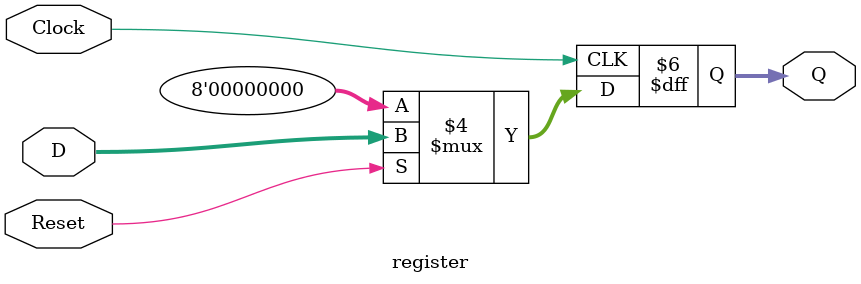
<source format=v>
module register(Reset,D,Clock,Q); //Q= out regist
	input Reset;
	input [7:0]D;
	input Clock;
	output reg [7:0]Q;
	always @(posedge Clock)
	begin
		if (Reset == 1'b0)
			Q <= 0;
		else
			Q <= D;
	end
endmodule
</source>
